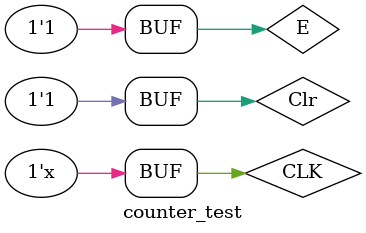
<source format=v>
module MUX2_1(P,Q,V,S);
input [7:0]P,Q;
input V;
output[7:0] S;
assign S = V ? P : Q;
endmodule

// 8bit FAdder
module FAdder(X,Y,M,R);
input [7:0] X,Y;
input M;
output [7:0] R;

assign R = M ? X - Y : X + Y;
endmodule

//Register
module Register(S,LSHL,s0,CLK,Clr,T);
input s0;
input CLK,Clr,LSHL;
input [7:0] S;
output [7:0] T;
reg [7:0] T;

always @ (posedge CLK or negedge Clr)
    if(~Clr) T = 8'b00000000;
    else 
    case({s0})
    1'b1: T = {T[6:0],LSHL}; //shift left
    1'b0: T = S;  //parallel load
    endcase
 endmodule
 
 //T flip-flop
 module TFF(t,CLK,Q,Clr);
 input t,CLK,Clr;
 output Q;
 reg Q;
 always @ (posedge CLK or negedge Clr)
 if(~Clr) Q =1'b0;
    else Q =Q^t;
endmodule
//******************************************
//ALL
module All(A,B,C,CLK,Clr,LSHL,V0,V1,M,s0,T);
input [7:0] A,B,C;
input CLK,Clr,LSHL,V0,V1,M,s0;
output [7:0]T;
wire [7:0] Out1,Out2,S;
MUX2_1 M1(A,T,V0,Out1);
MUX2_1 M2(B,C,V1,Out2);
FAdder FA(Out1,Out2,M,S);
Register REG(S,LSHL,s0,CLK,Clr,T);
endmodule
//*******************
//Final
module Final(A,B,C,E,CLK,Clr,LSHL,T);
input [7:0] A,B,C;
input E,CLK,Clr,LSHL;
output [7:0] T;
count CONTER(E,CLK,Clr,M,s0,V);
All All_final(A,B,C,CLK,Clr,LSHL,V,V,M,s0,T);
endmodule

//Final testbanch
module Final_testbanch();
reg [7:0] A,B,C;
reg E,CLK,Clr,LSHL;
wire [7:0] T;
Final question2(A,B,C,E,CLK,Clr,LSHL,T);
initial
	begin
	E=0; Clr = 0; LSHL = 0;CLK =0;//2*(A+B-C)
	#50 Clr = 1; 
	A=8'b00000010;
  	B=8'b00000100;
  	C=8'b00000011; 
	 #600 Clr=0;
	 #50 Clr=1;
	 
	 E=1; //2*(A-B+C)    
	A=8'b00000010;
  	B=8'b00000100;
  	C=8'b00000011; 
	
	end
	always
	#50 CLK = ~CLK;
endmodule
//******************************
//counter
module count(E,CLK,Clr,M,s0,V);
input E,CLK,Clr;
output M,s0,V;
TFF ff3(t1,CLK,Q1,Clr);
TFF ff4(t2,CLK,Q2,Clr);
assign t1 = Q1||Q2;
assign t2 = ~Q1;
assign s0 = Q1;
assign V = ~Q2;
assign M = E^Q2;
endmodule

//test counter
module counter_test();
reg E,CLK,Clr;
wire M,s0,V;
count counter(E,CLK,Clr,M,s0,V);
initial
begin
E=1; CLK=0; Clr=0;
#100 Clr = 1;
end
always
  #50 CLK =~CLK;
endmodule
</source>
